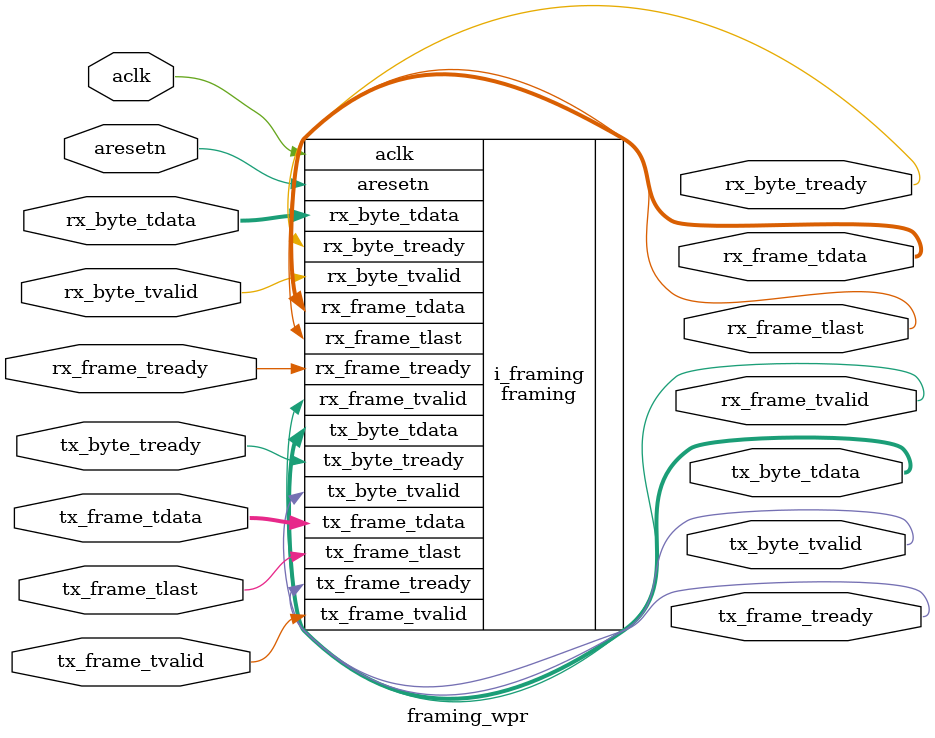
<source format=v>


module framing_wpr #(
  parameter START_BYTE  = 125,
  parameter STOP_BYTE   = 126,
  parameter ESCAPE_BYTE = 127
)(
  input         aclk,
  input         aresetn,
  input         rx_byte_tvalid,
  output        rx_byte_tready,
  input  [7:0]  rx_byte_tdata,
  output        rx_frame_tvalid,
  input         rx_frame_tready,
  output [7:0]  rx_frame_tdata,
  output        rx_frame_tlast,
  output        tx_byte_tvalid,
  input         tx_byte_tready,
  output [7:0]  tx_byte_tdata,
  input         tx_frame_tvalid,
  output        tx_frame_tready,
  input  [7:0]  tx_frame_tdata,
  input         tx_frame_tlast
);


  //----------------------------------------------------------------------------
  framing #(
    .ESCAPE_BYTE (ESCAPE_BYTE),
    .START_BYTE  (START_BYTE),
    .STOP_BYTE   (STOP_BYTE)
  ) i_framing (
    .aclk             (aclk),
    .aresetn          (aresetn),
    .rx_byte_tvalid   (rx_byte_tvalid),
    .rx_byte_tready   (rx_byte_tready),
    .rx_byte_tdata    (rx_byte_tdata),
    .rx_frame_tvalid  (rx_frame_tvalid),
    .rx_frame_tready  (rx_frame_tready),
    .rx_frame_tdata   (rx_frame_tdata),
    .rx_frame_tlast   (rx_frame_tlast),
    .tx_byte_tvalid   (tx_byte_tvalid),
    .tx_byte_tready   (tx_byte_tready),
    .tx_byte_tdata    (tx_byte_tdata),
    .tx_frame_tvalid  (tx_frame_tvalid),
    .tx_frame_tready  (tx_frame_tready),
    .tx_frame_tdata   (tx_frame_tdata),
    .tx_frame_tlast   (tx_frame_tlast)
  );


endmodule
</source>
